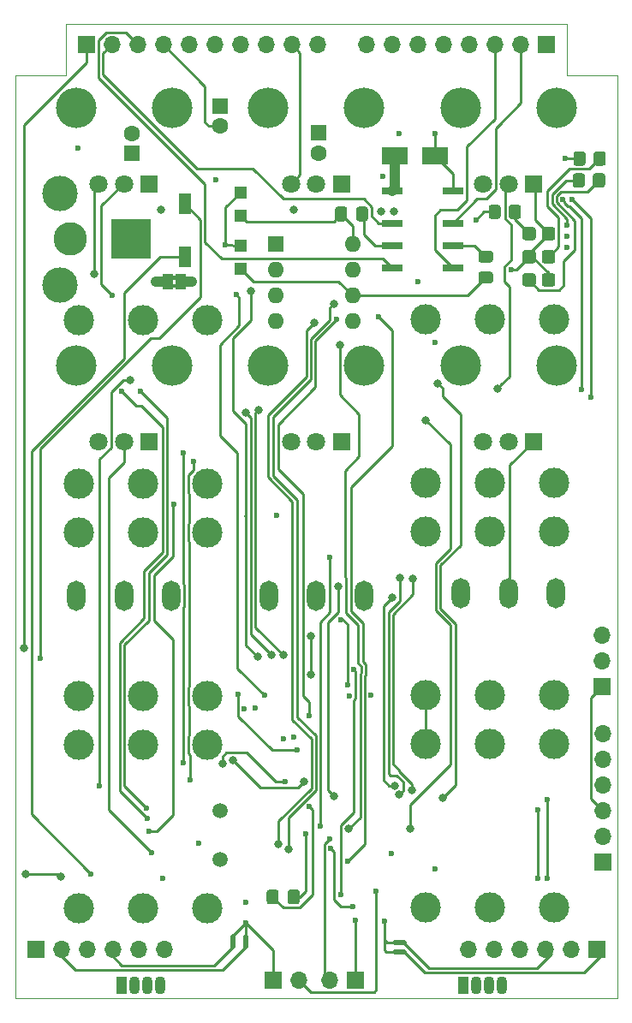
<source format=gbr>
%TF.GenerationSoftware,KiCad,Pcbnew,(5.1.7)-1*%
%TF.CreationDate,2021-10-21T20:17:54-07:00*%
%TF.ProjectId,Digital Board Rev 2,44696769-7461-46c2-9042-6f6172642052,rev?*%
%TF.SameCoordinates,Original*%
%TF.FileFunction,Copper,L1,Top*%
%TF.FilePolarity,Positive*%
%FSLAX46Y46*%
G04 Gerber Fmt 4.6, Leading zero omitted, Abs format (unit mm)*
G04 Created by KiCad (PCBNEW (5.1.7)-1) date 2021-10-21 20:17:54*
%MOMM*%
%LPD*%
G01*
G04 APERTURE LIST*
%TA.AperFunction,Profile*%
%ADD10C,0.050000*%
%TD*%
%TA.AperFunction,EtchedComponent*%
%ADD11C,0.100000*%
%TD*%
%TA.AperFunction,ComponentPad*%
%ADD12O,1.700000X1.700000*%
%TD*%
%TA.AperFunction,ComponentPad*%
%ADD13R,1.700000X1.700000*%
%TD*%
%TA.AperFunction,ComponentPad*%
%ADD14C,3.500000*%
%TD*%
%TA.AperFunction,ComponentPad*%
%ADD15C,3.300000*%
%TD*%
%TA.AperFunction,ComponentPad*%
%ADD16R,4.000000X4.000000*%
%TD*%
%TA.AperFunction,ComponentPad*%
%ADD17C,3.000000*%
%TD*%
%TA.AperFunction,SMDPad,CuDef*%
%ADD18C,0.500000*%
%TD*%
%TA.AperFunction,ComponentPad*%
%ADD19O,1.800000X3.000000*%
%TD*%
%TA.AperFunction,ComponentPad*%
%ADD20R,1.800000X1.800000*%
%TD*%
%TA.AperFunction,ComponentPad*%
%ADD21C,1.800000*%
%TD*%
%TA.AperFunction,ComponentPad*%
%ADD22O,4.000000X4.000000*%
%TD*%
%TA.AperFunction,SMDPad,CuDef*%
%ADD23R,1.300000X1.300000*%
%TD*%
%TA.AperFunction,SMDPad,CuDef*%
%ADD24R,1.300000X2.000000*%
%TD*%
%TA.AperFunction,ComponentPad*%
%ADD25C,1.500000*%
%TD*%
%TA.AperFunction,ComponentPad*%
%ADD26O,1.600000X1.600000*%
%TD*%
%TA.AperFunction,ComponentPad*%
%ADD27R,1.600000X1.600000*%
%TD*%
%TA.AperFunction,SMDPad,CuDef*%
%ADD28R,2.000000X0.700000*%
%TD*%
%TA.AperFunction,SMDPad,CuDef*%
%ADD29R,1.000000X1.500000*%
%TD*%
%TA.AperFunction,SMDPad,CuDef*%
%ADD30R,2.500000X1.800000*%
%TD*%
%TA.AperFunction,ComponentPad*%
%ADD31O,1.070000X1.800000*%
%TD*%
%TA.AperFunction,ComponentPad*%
%ADD32R,1.070000X1.800000*%
%TD*%
%TA.AperFunction,ComponentPad*%
%ADD33C,1.600000*%
%TD*%
%TA.AperFunction,ViaPad*%
%ADD34C,0.600000*%
%TD*%
%TA.AperFunction,ViaPad*%
%ADD35C,0.800000*%
%TD*%
%TA.AperFunction,Conductor*%
%ADD36C,0.250000*%
%TD*%
%TA.AperFunction,Conductor*%
%ADD37C,1.000000*%
%TD*%
G04 APERTURE END LIST*
D10*
X177750000Y-40750000D02*
X182750000Y-40750000D01*
X177750000Y-35750000D02*
X177750000Y-40750000D01*
X128250000Y-40750000D02*
X128250000Y-35750000D01*
X123250000Y-40750000D02*
X128250000Y-40750000D01*
X182750000Y-40750000D02*
X182750000Y-132080000D01*
X128250000Y-35750000D02*
X177750000Y-35750000D01*
X123250000Y-132080000D02*
X123250000Y-40750000D01*
X182750000Y-132080000D02*
X123250000Y-132080000D01*
D11*
%TO.C,NT4*%
G36*
X161726500Y-126805500D02*
G01*
X160726500Y-126805500D01*
X160726500Y-126305500D01*
X161726500Y-126305500D01*
X161726500Y-126805500D01*
G37*
%TO.C,NT3*%
G36*
X161726500Y-127758000D02*
G01*
X160726500Y-127758000D01*
X160726500Y-127258000D01*
X161726500Y-127258000D01*
X161726500Y-127758000D01*
G37*
%TO.C,NT2*%
G36*
X144530000Y-126992000D02*
G01*
X144530000Y-125992000D01*
X145030000Y-125992000D01*
X145030000Y-126992000D01*
X144530000Y-126992000D01*
G37*
%TO.C,NT1*%
G36*
X145800000Y-126992000D02*
G01*
X145800000Y-125992000D01*
X146300000Y-125992000D01*
X146300000Y-126992000D01*
X145800000Y-126992000D01*
G37*
%TO.C,JP1*%
G36*
X138688000Y-60614000D02*
G01*
X139188000Y-60614000D01*
X139188000Y-61014000D01*
X138688000Y-61014000D01*
X138688000Y-60614000D01*
G37*
G36*
X138688000Y-61414000D02*
G01*
X139188000Y-61414000D01*
X139188000Y-61814000D01*
X138688000Y-61814000D01*
X138688000Y-61414000D01*
G37*
%TD*%
D12*
%TO.P,J15,3*%
%TO.N,/UART_TX*%
X181250000Y-96170000D03*
%TO.P,J15,2*%
%TO.N,/UART_RX*%
X181250000Y-98710000D03*
D13*
%TO.P,J15,1*%
%TO.N,GNDD*%
X181250000Y-101250000D03*
%TD*%
D14*
%TO.P,J12,MP*%
%TO.N,N/C*%
X127650000Y-61500000D03*
X127650000Y-52500000D03*
D15*
%TO.P,J12,2*%
%TO.N,GNDD*%
X128650000Y-57000000D03*
D16*
%TO.P,J12,1*%
%TO.N,Net-(J12-Pad1)*%
X134650000Y-57000000D03*
%TD*%
D12*
%TO.P,J4,8*%
%TO.N,GNDA*%
X157970000Y-37750000D03*
%TO.P,J4,7*%
%TO.N,+9V*%
X160510000Y-37750000D03*
%TO.P,J4,6*%
%TO.N,/TRIM1*%
X163050000Y-37750000D03*
%TO.P,J4,5*%
%TO.N,/TRIM2*%
X165590000Y-37750000D03*
%TO.P,J4,4*%
%TO.N,-9V*%
X168130000Y-37750000D03*
%TO.P,J4,3*%
%TO.N,/CH2_EFF*%
X170670000Y-37750000D03*
%TO.P,J4,2*%
%TO.N,/CH2_BYP*%
X173210000Y-37750000D03*
D13*
%TO.P,J4,1*%
%TO.N,/CH2_IN*%
X175750000Y-37750000D03*
%TD*%
%TO.P,R51,2*%
%TO.N,Net-(D4-Pad2)*%
%TA.AperFunction,SMDPad,CuDef*%
G36*
G01*
X172040500Y-54742501D02*
X172040500Y-53842499D01*
G75*
G02*
X172290499Y-53592500I249999J0D01*
G01*
X172990501Y-53592500D01*
G75*
G02*
X173240500Y-53842499I0J-249999D01*
G01*
X173240500Y-54742501D01*
G75*
G02*
X172990501Y-54992500I-249999J0D01*
G01*
X172290499Y-54992500D01*
G75*
G02*
X172040500Y-54742501I0J249999D01*
G01*
G37*
%TD.AperFunction*%
%TO.P,R51,1*%
%TO.N,+9V*%
%TA.AperFunction,SMDPad,CuDef*%
G36*
G01*
X170040500Y-54742501D02*
X170040500Y-53842499D01*
G75*
G02*
X170290499Y-53592500I249999J0D01*
G01*
X170990501Y-53592500D01*
G75*
G02*
X171240500Y-53842499I0J-249999D01*
G01*
X171240500Y-54742501D01*
G75*
G02*
X170990501Y-54992500I-249999J0D01*
G01*
X170290499Y-54992500D01*
G75*
G02*
X170040500Y-54742501I0J249999D01*
G01*
G37*
%TD.AperFunction*%
%TD*%
%TO.P,R12,2*%
%TO.N,-9V*%
%TA.AperFunction,SMDPad,CuDef*%
G36*
G01*
X179622500Y-48571999D02*
X179622500Y-49472001D01*
G75*
G02*
X179372501Y-49722000I-249999J0D01*
G01*
X178672499Y-49722000D01*
G75*
G02*
X178422500Y-49472001I0J249999D01*
G01*
X178422500Y-48571999D01*
G75*
G02*
X178672499Y-48322000I249999J0D01*
G01*
X179372501Y-48322000D01*
G75*
G02*
X179622500Y-48571999I0J-249999D01*
G01*
G37*
%TD.AperFunction*%
%TO.P,R12,1*%
%TO.N,Net-(D7-Pad1)*%
%TA.AperFunction,SMDPad,CuDef*%
G36*
G01*
X181622500Y-48571999D02*
X181622500Y-49472001D01*
G75*
G02*
X181372501Y-49722000I-249999J0D01*
G01*
X180672499Y-49722000D01*
G75*
G02*
X180422500Y-49472001I0J249999D01*
G01*
X180422500Y-48571999D01*
G75*
G02*
X180672499Y-48322000I249999J0D01*
G01*
X181372501Y-48322000D01*
G75*
G02*
X181622500Y-48571999I0J-249999D01*
G01*
G37*
%TD.AperFunction*%
%TD*%
%TO.P,D7,2*%
%TO.N,GNDD*%
%TA.AperFunction,SMDPad,CuDef*%
G36*
G01*
X174706000Y-58337500D02*
X174706000Y-59137500D01*
G75*
G02*
X174456000Y-59387500I-250000J0D01*
G01*
X173631000Y-59387500D01*
G75*
G02*
X173381000Y-59137500I0J250000D01*
G01*
X173381000Y-58337500D01*
G75*
G02*
X173631000Y-58087500I250000J0D01*
G01*
X174456000Y-58087500D01*
G75*
G02*
X174706000Y-58337500I0J-250000D01*
G01*
G37*
%TD.AperFunction*%
%TO.P,D7,1*%
%TO.N,Net-(D7-Pad1)*%
%TA.AperFunction,SMDPad,CuDef*%
G36*
G01*
X176631000Y-58337500D02*
X176631000Y-59137500D01*
G75*
G02*
X176381000Y-59387500I-250000J0D01*
G01*
X175556000Y-59387500D01*
G75*
G02*
X175306000Y-59137500I0J250000D01*
G01*
X175306000Y-58337500D01*
G75*
G02*
X175556000Y-58087500I250000J0D01*
G01*
X176381000Y-58087500D01*
G75*
G02*
X176631000Y-58337500I0J-250000D01*
G01*
G37*
%TD.AperFunction*%
%TD*%
D17*
%TO.P,J7,TN*%
%TO.N,Net-(J7-PadTN)*%
X142200000Y-107000000D03*
%TO.P,J7,T*%
%TO.N,/Audio Jacks/CH2_OUT*%
X142200000Y-123200000D03*
%TO.P,J7,RN*%
%TO.N,Net-(J7-PadRN)*%
X135850000Y-107000000D03*
%TO.P,J7,SN*%
%TO.N,Net-(J7-PadSN)*%
X129500000Y-107000000D03*
%TO.P,J7,R*%
%TO.N,Net-(J7-PadR)*%
X135850000Y-123200000D03*
%TO.P,J7,S*%
%TO.N,GNDA*%
X129500000Y-123200000D03*
%TD*%
D18*
%TO.P,NT4,2*%
%TO.N,GNDD*%
X160726500Y-126555500D03*
%TO.P,NT4,1*%
%TO.N,/PWM_RTN_4*%
X161726500Y-126555500D03*
%TD*%
%TO.P,NT3,2*%
%TO.N,GNDD*%
X160726500Y-127508000D03*
%TO.P,NT3,1*%
%TO.N,/PWM_RTN_3*%
X161726500Y-127508000D03*
%TD*%
%TO.P,NT2,2*%
%TO.N,GNDD*%
X144780000Y-125992000D03*
%TO.P,NT2,1*%
%TO.N,/PWM_RTN_2*%
X144780000Y-126992000D03*
%TD*%
%TO.P,NT1,2*%
%TO.N,GNDD*%
X146050000Y-125992000D03*
%TO.P,NT1,1*%
%TO.N,/PWM_RTN_1*%
X146050000Y-126992000D03*
%TD*%
D12*
%TO.P,J11,10*%
%TO.N,GNDA*%
X153110000Y-37750000D03*
%TO.P,J11,9*%
%TO.N,+3V3*%
X150570000Y-37750000D03*
%TO.P,J11,8*%
%TO.N,/DIP1*%
X148030000Y-37750000D03*
%TO.P,J11,7*%
%TO.N,/DIP2*%
X145490000Y-37750000D03*
%TO.P,J11,6*%
%TO.N,/DIP3*%
X142950000Y-37750000D03*
%TO.P,J11,5*%
%TO.N,/DIP4*%
X140410000Y-37750000D03*
%TO.P,J11,4*%
%TO.N,GNDD*%
X137870000Y-37750000D03*
%TO.P,J11,3*%
%TO.N,/CH1_EFF*%
X135330000Y-37750000D03*
%TO.P,J11,2*%
%TO.N,/CH1_BYP*%
X132790000Y-37750000D03*
D13*
%TO.P,J11,1*%
%TO.N,/CH1_IN*%
X130250000Y-37750000D03*
%TD*%
D17*
%TO.P,J5,S*%
%TO.N,GNDA*%
X176500000Y-106900000D03*
%TO.P,J5,R*%
%TO.N,Net-(J5-PadR)*%
X170150000Y-106900000D03*
%TO.P,J5,SN*%
%TO.N,/CH1_SW*%
X176500000Y-123100000D03*
%TO.P,J5,RN*%
%TO.N,Net-(J5-PadRN)*%
X170150000Y-123100000D03*
%TO.P,J5,T*%
%TO.N,/CH1_IN*%
X163800000Y-106900000D03*
%TO.P,J5,TN*%
%TO.N,Net-(J5-PadTN)*%
X163800000Y-123100000D03*
%TD*%
D19*
%TO.P,SW3,3*%
%TO.N,/ENV_MODE_1*%
X129300000Y-92250000D03*
%TO.P,SW3,1*%
%TO.N,/ENV_MODE_2*%
X138700000Y-92250000D03*
%TO.P,SW3,2*%
%TO.N,GNDD*%
X134000000Y-92250000D03*
%TD*%
%TO.P,SW2,3*%
%TO.N,/PAN_MODE_1*%
X148300000Y-92250000D03*
%TO.P,SW2,1*%
%TO.N,/PAN_MODE_2*%
X157700000Y-92250000D03*
%TO.P,SW2,2*%
%TO.N,GNDD*%
X153000000Y-92250000D03*
%TD*%
D12*
%TO.P,J14,6*%
%TO.N,/PWM_OUT_VOL_2*%
X168050000Y-127250000D03*
%TO.P,J14,5*%
%TO.N,/PWM_RTN_VOL_2*%
X170590000Y-127250000D03*
%TO.P,J14,4*%
%TO.N,/PWM_OUT_4*%
X173130000Y-127250000D03*
%TO.P,J14,3*%
%TO.N,/PWM_RTN_4*%
X175670000Y-127250000D03*
%TO.P,J14,2*%
%TO.N,/PWM_OUT_3*%
X178210000Y-127250000D03*
D13*
%TO.P,J14,1*%
%TO.N,/PWM_RTN_3*%
X180750000Y-127250000D03*
%TD*%
D12*
%TO.P,J13,6*%
%TO.N,/PWM_RTN_VOL_1*%
X137950000Y-127250000D03*
%TO.P,J13,5*%
%TO.N,/PWM_OUT_VOL_1*%
X135410000Y-127250000D03*
%TO.P,J13,4*%
%TO.N,/PWM_RTN_2*%
X132870000Y-127250000D03*
%TO.P,J13,3*%
%TO.N,/PWM_OUT_2*%
X130330000Y-127250000D03*
%TO.P,J13,2*%
%TO.N,/PWM_RTN_1*%
X127790000Y-127250000D03*
D13*
%TO.P,J13,1*%
%TO.N,/PWM_OUT_1*%
X125250000Y-127250000D03*
%TD*%
D20*
%TO.P,RV10,1*%
%TO.N,GNDD*%
X155500000Y-51500000D03*
D21*
%TO.P,RV10,2*%
%TO.N,/VOL*%
X153000000Y-51500000D03*
%TO.P,RV10,3*%
%TO.N,+3V3*%
X150500000Y-51500000D03*
D22*
%TO.P,RV10,*%
%TO.N,*%
X157750000Y-44000000D03*
X148250000Y-44000000D03*
%TD*%
D23*
%TO.P,RV9,3*%
%TO.N,GNDA*%
X145500000Y-57600000D03*
D24*
%TO.P,RV9,2*%
%TO.N,/Audio Jacks/CH2_OUT*%
X140000000Y-58750000D03*
D23*
%TO.P,RV9,1*%
%TO.N,/Audio Jacks/CH2_OUT_PRE*%
X145500000Y-59900000D03*
%TD*%
%TO.P,RV8,3*%
%TO.N,GNDA*%
X145500000Y-52350000D03*
D24*
%TO.P,RV8,2*%
%TO.N,/Audio Jacks/CH1_OUT*%
X140000000Y-53500000D03*
D23*
%TO.P,RV8,1*%
%TO.N,/Audio Jacks/CH1_OUT_PRE*%
X145500000Y-54650000D03*
%TD*%
%TO.P,C19,2*%
%TO.N,Net-(C19-Pad2)*%
%TA.AperFunction,SMDPad,CuDef*%
G36*
G01*
X170225000Y-59300000D02*
X169275000Y-59300000D01*
G75*
G02*
X169025000Y-59050000I0J250000D01*
G01*
X169025000Y-58375000D01*
G75*
G02*
X169275000Y-58125000I250000J0D01*
G01*
X170225000Y-58125000D01*
G75*
G02*
X170475000Y-58375000I0J-250000D01*
G01*
X170475000Y-59050000D01*
G75*
G02*
X170225000Y-59300000I-250000J0D01*
G01*
G37*
%TD.AperFunction*%
%TO.P,C19,1*%
%TO.N,/Audio Jacks/CH2_OUT_PRE*%
%TA.AperFunction,SMDPad,CuDef*%
G36*
G01*
X170225000Y-61375000D02*
X169275000Y-61375000D01*
G75*
G02*
X169025000Y-61125000I0J250000D01*
G01*
X169025000Y-60450000D01*
G75*
G02*
X169275000Y-60200000I250000J0D01*
G01*
X170225000Y-60200000D01*
G75*
G02*
X170475000Y-60450000I0J-250000D01*
G01*
X170475000Y-61125000D01*
G75*
G02*
X170225000Y-61375000I-250000J0D01*
G01*
G37*
%TD.AperFunction*%
%TD*%
%TO.P,C18,2*%
%TO.N,Net-(C18-Pad2)*%
%TA.AperFunction,SMDPad,CuDef*%
G36*
G01*
X156950000Y-54975000D02*
X156950000Y-54025000D01*
G75*
G02*
X157200000Y-53775000I250000J0D01*
G01*
X157875000Y-53775000D01*
G75*
G02*
X158125000Y-54025000I0J-250000D01*
G01*
X158125000Y-54975000D01*
G75*
G02*
X157875000Y-55225000I-250000J0D01*
G01*
X157200000Y-55225000D01*
G75*
G02*
X156950000Y-54975000I0J250000D01*
G01*
G37*
%TD.AperFunction*%
%TO.P,C18,1*%
%TO.N,/Audio Jacks/CH1_OUT_PRE*%
%TA.AperFunction,SMDPad,CuDef*%
G36*
G01*
X154875000Y-54975000D02*
X154875000Y-54025000D01*
G75*
G02*
X155125000Y-53775000I250000J0D01*
G01*
X155800000Y-53775000D01*
G75*
G02*
X156050000Y-54025000I0J-250000D01*
G01*
X156050000Y-54975000D01*
G75*
G02*
X155800000Y-55225000I-250000J0D01*
G01*
X155125000Y-55225000D01*
G75*
G02*
X154875000Y-54975000I0J250000D01*
G01*
G37*
%TD.AperFunction*%
%TD*%
D20*
%TO.P,RV4,1*%
%TO.N,GNDD*%
X136500000Y-51500000D03*
D21*
%TO.P,RV4,2*%
%TO.N,/OFFSET*%
X134000000Y-51500000D03*
%TO.P,RV4,3*%
%TO.N,+3V3*%
X131500000Y-51500000D03*
D22*
%TO.P,RV4,*%
%TO.N,*%
X138750000Y-44000000D03*
X129250000Y-44000000D03*
%TD*%
D20*
%TO.P,RV5,1*%
%TO.N,GNDD*%
X136500000Y-77000000D03*
D21*
%TO.P,RV5,2*%
%TO.N,/SUBDIV*%
X134000000Y-77000000D03*
%TO.P,RV5,3*%
%TO.N,+3V3*%
X131500000Y-77000000D03*
D22*
%TO.P,RV5,*%
%TO.N,*%
X138750000Y-69500000D03*
X129250000Y-69500000D03*
%TD*%
D20*
%TO.P,RV3,1*%
%TO.N,GNDD*%
X155500000Y-77000000D03*
D21*
%TO.P,RV3,2*%
%TO.N,/SHAPE*%
X153000000Y-77000000D03*
%TO.P,RV3,3*%
%TO.N,+3V3*%
X150500000Y-77000000D03*
D22*
%TO.P,RV3,*%
%TO.N,*%
X157750000Y-69500000D03*
X148250000Y-69500000D03*
%TD*%
%TO.P,RV2,*%
%TO.N,*%
X167250000Y-44000000D03*
X176750000Y-44000000D03*
D21*
%TO.P,RV2,3*%
%TO.N,+3V3*%
X169500000Y-51500000D03*
%TO.P,RV2,2*%
%TO.N,/DEPTH*%
X172000000Y-51500000D03*
D20*
%TO.P,RV2,1*%
%TO.N,GNDD*%
X174500000Y-51500000D03*
%TD*%
%TO.P,RV1,1*%
%TO.N,GNDD*%
X174500000Y-77000000D03*
D21*
%TO.P,RV1,2*%
%TO.N,/RATE*%
X172000000Y-77000000D03*
%TO.P,RV1,3*%
%TO.N,+3V3*%
X169500000Y-77000000D03*
D22*
%TO.P,RV1,*%
%TO.N,*%
X176750000Y-69500000D03*
X167250000Y-69500000D03*
%TD*%
D25*
%TO.P,Y1,2*%
%TO.N,/OSC1*%
X143500000Y-118380000D03*
%TO.P,Y1,1*%
%TO.N,/OSC2*%
X143500000Y-113500000D03*
%TD*%
D26*
%TO.P,U26,8*%
%TO.N,/Audio Jacks/CH1_OUT_PRE*%
X156620000Y-57500000D03*
%TO.P,U26,4*%
%TO.N,GNDD*%
X149000000Y-65120000D03*
%TO.P,U26,7*%
%TO.N,GNDA*%
X156620000Y-60040000D03*
%TO.P,U26,3*%
%TO.N,Net-(R54-Pad1)*%
X149000000Y-62580000D03*
%TO.P,U26,6*%
%TO.N,/Audio Jacks/CH2_OUT_PRE*%
X156620000Y-62580000D03*
%TO.P,U26,2*%
%TO.N,GNDD*%
X149000000Y-60040000D03*
%TO.P,U26,5*%
%TO.N,GNDA*%
X156620000Y-65120000D03*
D27*
%TO.P,U26,1*%
%TO.N,Net-(R53-Pad1)*%
X149000000Y-57500000D03*
%TD*%
D19*
%TO.P,SW1,3*%
%TO.N,/HARM_MODE_1*%
X176700000Y-91984000D03*
%TO.P,SW1,1*%
%TO.N,/HARM_MODE_2*%
X167300000Y-91984000D03*
%TO.P,SW1,2*%
%TO.N,GNDD*%
X172000000Y-91984000D03*
%TD*%
%TO.P,R52,2*%
%TO.N,Net-(D5-Pad2)*%
%TA.AperFunction,SMDPad,CuDef*%
G36*
G01*
X180359000Y-51631001D02*
X180359000Y-50730999D01*
G75*
G02*
X180608999Y-50481000I249999J0D01*
G01*
X181309001Y-50481000D01*
G75*
G02*
X181559000Y-50730999I0J-249999D01*
G01*
X181559000Y-51631001D01*
G75*
G02*
X181309001Y-51881000I-249999J0D01*
G01*
X180608999Y-51881000D01*
G75*
G02*
X180359000Y-51631001I0J249999D01*
G01*
G37*
%TD.AperFunction*%
%TO.P,R52,1*%
%TO.N,+3V3*%
%TA.AperFunction,SMDPad,CuDef*%
G36*
G01*
X178359000Y-51631001D02*
X178359000Y-50730999D01*
G75*
G02*
X178608999Y-50481000I249999J0D01*
G01*
X179309001Y-50481000D01*
G75*
G02*
X179559000Y-50730999I0J-249999D01*
G01*
X179559000Y-51631001D01*
G75*
G02*
X179309001Y-51881000I-249999J0D01*
G01*
X178608999Y-51881000D01*
G75*
G02*
X178359000Y-51631001I0J249999D01*
G01*
G37*
%TD.AperFunction*%
%TD*%
D28*
%TO.P,K1,4*%
%TO.N,/CH1_EFF*%
X160500000Y-59800000D03*
%TO.P,K1,5*%
%TO.N,/CH2_EFF*%
X166500000Y-59800000D03*
%TO.P,K1,3*%
%TO.N,Net-(C18-Pad2)*%
X160500000Y-57600000D03*
%TO.P,K1,6*%
%TO.N,Net-(C19-Pad2)*%
X166500000Y-57600000D03*
%TO.P,K1,2*%
%TO.N,/CH1_BYP*%
X160500000Y-55400000D03*
%TO.P,K1,7*%
%TO.N,/CH2_BYP*%
X166500000Y-55400000D03*
%TO.P,K1,1*%
%TO.N,+9V*%
X160500000Y-52200000D03*
%TO.P,K1,8*%
%TO.N,Net-(D3-Pad2)*%
X166500000Y-52200000D03*
%TD*%
D29*
%TO.P,JP1,2*%
%TO.N,GNDA*%
X139588000Y-61214000D03*
%TO.P,JP1,1*%
%TO.N,GNDD*%
X138288000Y-61214000D03*
%TD*%
D17*
%TO.P,J10,S*%
%TO.N,Net-(J10-PadS)*%
X176500000Y-64900000D03*
%TO.P,J10,R*%
%TO.N,Net-(J10-PadR)*%
X170150000Y-64900000D03*
%TO.P,J10,SN*%
%TO.N,Net-(J10-PadSN)*%
X176500000Y-81100000D03*
%TO.P,J10,RN*%
%TO.N,Net-(J10-PadRN)*%
X170150000Y-81100000D03*
%TO.P,J10,T*%
%TO.N,Net-(J10-PadT)*%
X163800000Y-64900000D03*
%TO.P,J10,TN*%
%TO.N,Net-(J10-PadTN)*%
X163800000Y-81100000D03*
%TD*%
%TO.P,J9,TN*%
%TO.N,Net-(J9-PadTN)*%
X142200000Y-65000000D03*
%TO.P,J9,T*%
%TO.N,Net-(J9-PadT)*%
X142200000Y-81200000D03*
%TO.P,J9,RN*%
%TO.N,Net-(J9-PadRN)*%
X135850000Y-65000000D03*
%TO.P,J9,SN*%
%TO.N,/EXP_SW*%
X129500000Y-65000000D03*
%TO.P,J9,R*%
%TO.N,+3V3*%
X135850000Y-81200000D03*
%TO.P,J9,S*%
%TO.N,GNDD*%
X129500000Y-81200000D03*
%TD*%
%TO.P,J8,S*%
%TO.N,GNDA*%
X129500000Y-102200000D03*
%TO.P,J8,R*%
%TO.N,Net-(J8-PadR)*%
X135850000Y-102200000D03*
%TO.P,J8,SN*%
%TO.N,Net-(J8-PadSN)*%
X129500000Y-86000000D03*
%TO.P,J8,RN*%
%TO.N,Net-(J8-PadRN)*%
X135850000Y-86000000D03*
%TO.P,J8,T*%
%TO.N,/Audio Jacks/CH1_OUT*%
X142200000Y-102200000D03*
%TO.P,J8,TN*%
%TO.N,Net-(J8-PadTN)*%
X142200000Y-86000000D03*
%TD*%
%TO.P,J6,S*%
%TO.N,GNDA*%
X176500000Y-85900000D03*
%TO.P,J6,R*%
%TO.N,Net-(J6-PadR)*%
X170150000Y-85900000D03*
%TO.P,J6,SN*%
%TO.N,/CH2_SW*%
X176500000Y-102100000D03*
%TO.P,J6,RN*%
%TO.N,Net-(J6-PadRN)*%
X170150000Y-102100000D03*
%TO.P,J6,T*%
%TO.N,/CH2_IN*%
X163800000Y-85900000D03*
%TO.P,J6,TN*%
%TO.N,/CH1_IN*%
X163800000Y-102100000D03*
%TD*%
D12*
%TO.P,J3,6*%
%TO.N,Net-(J3-Pad6)*%
X181348000Y-105918000D03*
%TO.P,J3,5*%
%TO.N,/NRST*%
X181348000Y-108458000D03*
%TO.P,J3,4*%
%TO.N,/SWDIO*%
X181348000Y-110998000D03*
%TO.P,J3,3*%
%TO.N,GNDD*%
X181348000Y-113538000D03*
%TO.P,J3,2*%
%TO.N,/SWCLK*%
X181348000Y-116078000D03*
D13*
%TO.P,J3,1*%
%TO.N,+3V3*%
X181348000Y-118618000D03*
%TD*%
D12*
%TO.P,J2,2*%
%TO.N,/TAP*%
X151320500Y-130302000D03*
D13*
%TO.P,J2,1*%
%TO.N,GNDD*%
X148780500Y-130302000D03*
%TD*%
D12*
%TO.P,J1,2*%
%TO.N,/BYP*%
X154305000Y-130302000D03*
D13*
%TO.P,J1,1*%
%TO.N,GNDD*%
X156845000Y-130302000D03*
%TD*%
%TO.P,D5,2*%
%TO.N,Net-(D5-Pad2)*%
%TA.AperFunction,SMDPad,CuDef*%
G36*
G01*
X174706000Y-60623500D02*
X174706000Y-61423500D01*
G75*
G02*
X174456000Y-61673500I-250000J0D01*
G01*
X173631000Y-61673500D01*
G75*
G02*
X173381000Y-61423500I0J250000D01*
G01*
X173381000Y-60623500D01*
G75*
G02*
X173631000Y-60373500I250000J0D01*
G01*
X174456000Y-60373500D01*
G75*
G02*
X174706000Y-60623500I0J-250000D01*
G01*
G37*
%TD.AperFunction*%
%TO.P,D5,1*%
%TO.N,GNDD*%
%TA.AperFunction,SMDPad,CuDef*%
G36*
G01*
X176631000Y-60623500D02*
X176631000Y-61423500D01*
G75*
G02*
X176381000Y-61673500I-250000J0D01*
G01*
X175556000Y-61673500D01*
G75*
G02*
X175306000Y-61423500I0J250000D01*
G01*
X175306000Y-60623500D01*
G75*
G02*
X175556000Y-60373500I250000J0D01*
G01*
X176381000Y-60373500D01*
G75*
G02*
X176631000Y-60623500I0J-250000D01*
G01*
G37*
%TD.AperFunction*%
%TD*%
%TO.P,D4,2*%
%TO.N,Net-(D4-Pad2)*%
%TA.AperFunction,SMDPad,CuDef*%
G36*
G01*
X174706000Y-56051500D02*
X174706000Y-56851500D01*
G75*
G02*
X174456000Y-57101500I-250000J0D01*
G01*
X173631000Y-57101500D01*
G75*
G02*
X173381000Y-56851500I0J250000D01*
G01*
X173381000Y-56051500D01*
G75*
G02*
X173631000Y-55801500I250000J0D01*
G01*
X174456000Y-55801500D01*
G75*
G02*
X174706000Y-56051500I0J-250000D01*
G01*
G37*
%TD.AperFunction*%
%TO.P,D4,1*%
%TO.N,GNDD*%
%TA.AperFunction,SMDPad,CuDef*%
G36*
G01*
X176631000Y-56051500D02*
X176631000Y-56851500D01*
G75*
G02*
X176381000Y-57101500I-250000J0D01*
G01*
X175556000Y-57101500D01*
G75*
G02*
X175306000Y-56851500I0J250000D01*
G01*
X175306000Y-56051500D01*
G75*
G02*
X175556000Y-55801500I250000J0D01*
G01*
X176381000Y-55801500D01*
G75*
G02*
X176631000Y-56051500I0J-250000D01*
G01*
G37*
%TD.AperFunction*%
%TD*%
D30*
%TO.P,D3,2*%
%TO.N,Net-(D3-Pad2)*%
X164750000Y-48750000D03*
%TO.P,D3,1*%
%TO.N,+9V*%
X160750000Y-48750000D03*
%TD*%
D31*
%TO.P,D2,4*%
%TO.N,+3V3*%
X137541000Y-130810000D03*
%TO.P,D2,3*%
%TO.N,/LEDs/B2_R*%
X136271000Y-130810000D03*
%TO.P,D2,2*%
%TO.N,/LEDs/G2_R*%
X135001000Y-130810000D03*
D32*
%TO.P,D2,1*%
%TO.N,/LEDs/R2_R*%
X133731000Y-130810000D03*
%TD*%
D31*
%TO.P,D1,4*%
%TO.N,+3V3*%
X171323000Y-130810000D03*
%TO.P,D1,3*%
%TO.N,/LEDs/B1_R*%
X170053000Y-130810000D03*
%TO.P,D1,2*%
%TO.N,/LEDs/G1_R*%
X168783000Y-130810000D03*
D32*
%TO.P,D1,1*%
%TO.N,/LEDs/R1_R*%
X167513000Y-130810000D03*
%TD*%
D33*
%TO.P,C25,2*%
%TO.N,-9V*%
X134747000Y-46514000D03*
D27*
%TO.P,C25,1*%
%TO.N,GNDD*%
X134747000Y-48514000D03*
%TD*%
D33*
%TO.P,C24,2*%
%TO.N,Net-(C24-Pad2)*%
X153250000Y-48500000D03*
D27*
%TO.P,C24,1*%
%TO.N,Net-(C24-Pad1)*%
X153250000Y-46500000D03*
%TD*%
D33*
%TO.P,C23,2*%
%TO.N,GNDD*%
X143510000Y-45815000D03*
D27*
%TO.P,C23,1*%
%TO.N,+9V*%
X143510000Y-43815000D03*
%TD*%
%TO.P,C5,2*%
%TO.N,GNDD*%
%TA.AperFunction,SMDPad,CuDef*%
G36*
G01*
X150183000Y-122522000D02*
X150183000Y-121572000D01*
G75*
G02*
X150433000Y-121322000I250000J0D01*
G01*
X151108000Y-121322000D01*
G75*
G02*
X151358000Y-121572000I0J-250000D01*
G01*
X151358000Y-122522000D01*
G75*
G02*
X151108000Y-122772000I-250000J0D01*
G01*
X150433000Y-122772000D01*
G75*
G02*
X150183000Y-122522000I0J250000D01*
G01*
G37*
%TD.AperFunction*%
%TO.P,C5,1*%
%TO.N,/NRST*%
%TA.AperFunction,SMDPad,CuDef*%
G36*
G01*
X148108000Y-122522000D02*
X148108000Y-121572000D01*
G75*
G02*
X148358000Y-121322000I250000J0D01*
G01*
X149033000Y-121322000D01*
G75*
G02*
X149283000Y-121572000I0J-250000D01*
G01*
X149283000Y-122522000D01*
G75*
G02*
X149033000Y-122772000I-250000J0D01*
G01*
X148358000Y-122772000D01*
G75*
G02*
X148108000Y-122522000I0J250000D01*
G01*
G37*
%TD.AperFunction*%
%TD*%
D34*
%TO.N,GNDD*%
X146050004Y-124587000D03*
X149082000Y-84312000D03*
X163068000Y-61214000D03*
X161226500Y-46545500D03*
X156845002Y-124396500D03*
X137033000Y-61150500D03*
X149775382Y-106367171D03*
X160401000Y-117792500D03*
X141351000Y-116713000D03*
X137858500Y-120205500D03*
X129413000Y-48006000D03*
D35*
X159385000Y-54229000D03*
X160655000Y-54229000D03*
D34*
X151959824Y-115828324D03*
X156263389Y-102144807D03*
D35*
X150749000Y-54102000D03*
D34*
X147000000Y-103353110D03*
X172250000Y-60000000D03*
X159766000Y-124460000D03*
%TO.N,+3V3*%
X146050000Y-122555000D03*
X177800000Y-55626000D03*
X177800000Y-56705500D03*
X177800000Y-57785000D03*
X150758827Y-106255184D03*
X164719000Y-67183000D03*
X158413422Y-102108000D03*
X145875010Y-103439080D03*
X164750000Y-119250000D03*
D35*
X131024990Y-60452000D03*
D34*
%TO.N,/NRST*%
X152273000Y-113093500D03*
%TO.N,/RATE*%
X140525500Y-110449956D03*
X140875010Y-78940193D03*
%TO.N,/DEPTH*%
X131572000Y-111029750D03*
D35*
X134622470Y-70945206D03*
X170899990Y-71791990D03*
D34*
%TO.N,/SHAPE*%
X139890502Y-78168500D03*
X139861296Y-108746306D03*
%TO.N,/OFFSET*%
X147891500Y-102108000D03*
X145097500Y-62484000D03*
X132842000Y-62547500D03*
%TO.N,/SUBDIV*%
X136715500Y-117665500D03*
%TO.N,/TRIM1*%
X136271000Y-114300000D03*
X133794500Y-72009000D03*
X179260500Y-71882000D03*
X177382068Y-53044462D03*
%TO.N,/TRIM2*%
X136241510Y-113249990D03*
X180149504Y-72644000D03*
X178307996Y-53085996D03*
X135636000Y-72008998D03*
%TO.N,/EXP*%
X136461500Y-115570000D03*
X138938000Y-83185000D03*
%TO.N,+9V*%
X168783000Y-55118000D03*
X160591500Y-50800000D03*
X159575500Y-50800000D03*
D35*
X137668000Y-54102000D03*
D34*
%TO.N,-9V*%
X143065500Y-51117500D03*
X177636010Y-49022000D03*
%TO.N,Net-(D3-Pad2)*%
X164782500Y-46545500D03*
%TO.N,/BYP*%
X154305000Y-116332002D03*
%TO.N,/TAP*%
X158940500Y-121475500D03*
%TO.N,GNDA*%
X140779500Y-61214000D03*
X144018000Y-57594500D03*
%TO.N,/Audio Jacks/CH2_OUT*%
X130750000Y-119750000D03*
%TO.N,/Audio Jacks/CH1_OUT*%
X125730000Y-98425000D03*
D35*
%TO.N,/EXP_SW*%
X156185005Y-115316000D03*
X155321000Y-67437000D03*
%TO.N,/TAP_EXT*%
X165481000Y-112268000D03*
X165000000Y-71250000D03*
D34*
%TO.N,/PWM4*%
X174879000Y-120205500D03*
X174879000Y-113411000D03*
%TO.N,/PWM3*%
X175831500Y-120205500D03*
X175831500Y-112458500D03*
%TO.N,/PWM2*%
X149923500Y-110617000D03*
D35*
X143750000Y-108864978D03*
%TO.N,/PWM1*%
X151790980Y-110617000D03*
X144750000Y-108500000D03*
D34*
%TO.N,/RLY_SET*%
X156073000Y-118554500D03*
X159194500Y-64706500D03*
D35*
%TO.N,/MUTE1*%
X154723000Y-63373000D03*
X150240996Y-117348000D03*
%TO.N,/MUTE2*%
X152781000Y-65278000D03*
X149282458Y-116792516D03*
%TO.N,/UART_TX*%
X152470847Y-100034013D03*
X152500000Y-96250000D03*
D34*
%TO.N,/VOL*%
X152285000Y-104130500D03*
X155003500Y-64960500D03*
D35*
%TO.N,/CH1_IN*%
X124079002Y-97409002D03*
D34*
%TO.N,/CH2_SW*%
X155447995Y-121836400D03*
X156717992Y-99568000D03*
D35*
%TO.N,/DIP1*%
X147193000Y-98298000D03*
X146558000Y-62103000D03*
%TO.N,/DIP2*%
X146050002Y-74168000D03*
X148590000Y-98134002D03*
%TO.N,/DIP3*%
X149733000Y-98134002D03*
X147296840Y-73877505D03*
%TO.N,/DIP4*%
X162306000Y-115316000D03*
X163830000Y-74880846D03*
D34*
%TO.N,/PWM_VOL_1*%
X151139999Y-107548038D03*
X145250000Y-102000004D03*
D35*
X124243000Y-119750000D03*
X127750000Y-120000000D03*
D34*
%TO.N,/PWM_VOL_2*%
X156660010Y-123005010D03*
X154422000Y-117284500D03*
%TO.N,/HARM_MODE_1*%
X153416000Y-115062000D03*
X154368496Y-88459979D03*
%TO.N,/HARM_MODE_2*%
X155448000Y-94615000D03*
X156083000Y-101092000D03*
D35*
%TO.N,/PAN_MODE_1*%
X154723000Y-112068501D03*
X155194000Y-91313000D03*
%TO.N,/PAN_MODE_2*%
X160782000Y-111024500D03*
X160528000Y-92456000D03*
%TO.N,/ENV_MODE_1*%
X161186072Y-111939230D03*
X161290000Y-90514000D03*
%TO.N,/ENV_MODE_2*%
X162433000Y-111506000D03*
X162560000Y-90551000D03*
%TD*%
D36*
%TO.N,GNDD*%
X175968500Y-60363190D02*
X175968500Y-61023500D01*
X174342810Y-58737500D02*
X175968500Y-60363190D01*
X174043500Y-58737500D02*
X174342810Y-58737500D01*
X175968500Y-56451500D02*
X175968500Y-56124000D01*
X174043500Y-58376500D02*
X175968500Y-56451500D01*
X174043500Y-58737500D02*
X174043500Y-58376500D01*
X156845000Y-124396500D02*
X156845000Y-124396500D01*
X156845000Y-124396502D02*
X156845002Y-124396500D01*
D37*
X137120240Y-61214000D02*
X137108370Y-61225870D01*
X138288000Y-61214000D02*
X137120240Y-61214000D01*
D36*
X172125000Y-79351000D02*
X174625000Y-76851000D01*
X172125000Y-91984000D02*
X172125000Y-79351000D01*
X129397000Y-48022000D02*
X129413000Y-48006000D01*
X174625000Y-55108000D02*
X175968500Y-56451500D01*
X174625000Y-51500000D02*
X174625000Y-55108000D01*
X151955500Y-115824000D02*
X151959824Y-115828324D01*
X151358000Y-122047000D02*
X151959824Y-121445176D01*
X150770500Y-122047000D02*
X151358000Y-122047000D01*
X151959824Y-121445176D02*
X151959824Y-115828324D01*
X142378630Y-45815000D02*
X142000000Y-45436370D01*
X143510000Y-45815000D02*
X142378630Y-45815000D01*
X142000000Y-41880000D02*
X137870000Y-37750000D01*
X142000000Y-45436370D02*
X142000000Y-41880000D01*
X172781000Y-60000000D02*
X172250000Y-60000000D01*
X174043500Y-58737500D02*
X172781000Y-60000000D01*
X148780500Y-130746500D02*
X148780500Y-127317496D01*
X156845000Y-130746500D02*
X156845000Y-124396502D01*
X148780500Y-127317496D02*
X146050004Y-124587000D01*
X144780000Y-125857004D02*
X146050004Y-124587000D01*
X144780000Y-125992000D02*
X144780000Y-125857004D01*
X146050000Y-125992000D02*
X146050000Y-124587004D01*
X146050000Y-124587004D02*
X146050004Y-124587000D01*
X160726500Y-127508000D02*
X159956500Y-127508000D01*
X159956500Y-127508000D02*
X159766000Y-127317500D01*
X159766000Y-124460000D02*
X159766000Y-124460000D01*
X159766000Y-127317500D02*
X159766000Y-124460000D01*
X160726500Y-126555500D02*
X160020000Y-126555500D01*
X160020000Y-126555500D02*
X159766000Y-126301500D01*
X159766000Y-126301500D02*
X159766000Y-124460000D01*
X180172999Y-112362999D02*
X181348000Y-113538000D01*
X180172999Y-102327001D02*
X180172999Y-112362999D01*
X181250000Y-101250000D02*
X180172999Y-102327001D01*
%TO.N,+3V3*%
X177684117Y-51181000D02*
X176307056Y-52558061D01*
X177800000Y-55023807D02*
X177800000Y-55626000D01*
X178959000Y-51181000D02*
X177684117Y-51181000D01*
X176307056Y-53530863D02*
X177800000Y-55023807D01*
X176307056Y-52558061D02*
X176307056Y-53530863D01*
%TO.N,/DIP2*%
X145872999Y-38176999D02*
X145796000Y-38100000D01*
%TO.N,+3V3*%
X151399999Y-38579999D02*
X150570000Y-37750000D01*
X151399999Y-50600001D02*
X151399999Y-38579999D01*
X150500000Y-51500000D02*
X151399999Y-50600001D01*
X131398000Y-51500000D02*
X131024990Y-51873010D01*
X131024990Y-51873010D02*
X131024990Y-60452000D01*
%TO.N,/NRST*%
X152636499Y-113456999D02*
X152273000Y-113093500D01*
X152636499Y-121806691D02*
X152636499Y-113456999D01*
X151346180Y-123097010D02*
X152636499Y-121806691D01*
X149745510Y-123097010D02*
X151346180Y-123097010D01*
X148695500Y-122047000D02*
X149745510Y-123097010D01*
%TO.N,/RATE*%
X140450011Y-85048987D02*
X140450011Y-82151013D01*
X140374999Y-86876001D02*
X140374999Y-85123999D01*
X140450011Y-86951013D02*
X140374999Y-86876001D01*
X140374999Y-101323999D02*
X140450011Y-101248987D01*
X140450011Y-101248987D02*
X140450011Y-86951013D01*
X140374999Y-103076001D02*
X140374999Y-101323999D01*
X140450011Y-103151013D02*
X140374999Y-103076001D01*
X140450011Y-106048987D02*
X140450011Y-103151013D01*
X140374999Y-85123999D02*
X140450011Y-85048987D01*
X140525500Y-110449956D02*
X140525500Y-108026502D01*
X140374999Y-106123999D02*
X140450011Y-106048987D01*
X140525500Y-108026502D02*
X140374999Y-107876001D01*
X140374999Y-107876001D02*
X140374999Y-106123999D01*
X140450011Y-82151013D02*
X140374999Y-82076001D01*
X140374999Y-80323999D02*
X140875010Y-79823988D01*
X140374999Y-82076001D02*
X140374999Y-80323999D01*
X140875010Y-79823988D02*
X140875010Y-78940193D01*
%TO.N,/DEPTH*%
X131572000Y-111029750D02*
X131572000Y-78741002D01*
X132725001Y-77588001D02*
X132725001Y-72153497D01*
X133933292Y-70945206D02*
X134622470Y-70945206D01*
X131572000Y-78741002D02*
X132725001Y-77588001D01*
X132725001Y-72153497D02*
X133933292Y-70945206D01*
X171299989Y-71391991D02*
X170899990Y-71791990D01*
X172124998Y-70566982D02*
X171299989Y-71391991D01*
X171624998Y-59699998D02*
X171624998Y-61200502D01*
X172250000Y-59074996D02*
X171624998Y-59699998D01*
X171624998Y-61200502D02*
X172124998Y-61700502D01*
X171715490Y-51909510D02*
X171715490Y-54980680D01*
X172124998Y-61700502D02*
X172124998Y-70566982D01*
X172250000Y-55515190D02*
X172250000Y-59074996D01*
X171715490Y-54980680D02*
X172250000Y-55515190D01*
X172125000Y-51500000D02*
X171715490Y-51909510D01*
%TO.N,/SHAPE*%
X139890502Y-93391923D02*
X139890502Y-108717100D01*
X139925010Y-93357415D02*
X139890502Y-93391923D01*
X139890502Y-78168500D02*
X139890502Y-91108077D01*
X139890502Y-91108077D02*
X139925010Y-91142585D01*
X139925010Y-91142585D02*
X139925010Y-93357415D01*
X139890502Y-108717100D02*
X139861296Y-108746306D01*
%TO.N,/OFFSET*%
X145397499Y-62783999D02*
X145097500Y-62484000D01*
X143510000Y-67437000D02*
X145397499Y-65549501D01*
X143510000Y-76454000D02*
X143510000Y-67437000D01*
X145397499Y-65549501D02*
X145397499Y-62783999D01*
X145208001Y-78152001D02*
X143510000Y-76454000D01*
X145208001Y-99424501D02*
X145208001Y-78152001D01*
X147891500Y-102108000D02*
X145208001Y-99424501D01*
X131750000Y-53648000D02*
X133898000Y-51500000D01*
X131750000Y-61455500D02*
X131750000Y-53648000D01*
X132842000Y-62547500D02*
X131750000Y-61455500D01*
%TO.N,/SUBDIV*%
X134000000Y-79076176D02*
X134000000Y-76953000D01*
X132500000Y-80576176D02*
X134000000Y-79076176D01*
X134000000Y-76953000D02*
X133898000Y-76851000D01*
X132500000Y-113450000D02*
X132500000Y-80576176D01*
X136715500Y-117665500D02*
X132500000Y-113450000D01*
%TO.N,/TRIM1*%
X179260500Y-71882000D02*
X179260500Y-54963504D01*
X177880998Y-53711002D02*
X177555998Y-53386002D01*
X177555998Y-53259002D02*
X177382068Y-53085072D01*
X178007998Y-53711002D02*
X177880998Y-53711002D01*
X177555998Y-53386002D02*
X177555998Y-53259002D01*
X177382068Y-53085072D02*
X177382068Y-53044462D01*
X179260500Y-54963504D02*
X178007998Y-53711002D01*
X133574988Y-111603988D02*
X136271000Y-114300000D01*
X136000000Y-94500000D02*
X133574988Y-96925012D01*
X137799990Y-75549990D02*
X137799990Y-87990806D01*
X133574988Y-96925012D02*
X133574988Y-111603988D01*
X135225001Y-73439501D02*
X135689501Y-73439501D01*
X133794500Y-72009000D02*
X135225001Y-73439501D01*
X136000000Y-89790796D02*
X136000000Y-94500000D01*
X135689501Y-73439501D02*
X137799990Y-75549990D01*
X137799990Y-87990806D02*
X136000000Y-89790796D01*
%TO.N,/TRIM2*%
X180149504Y-72644000D02*
X180149504Y-54927504D01*
X180149504Y-54927504D02*
X178307996Y-53085996D01*
X136450011Y-94686400D02*
X136450011Y-89977195D01*
X134024999Y-97111411D02*
X136450011Y-94686400D01*
X134024999Y-111033479D02*
X134024999Y-97111411D01*
X138250000Y-74622998D02*
X135636000Y-72008998D01*
X138250001Y-88177206D02*
X138250000Y-74622998D01*
X136450011Y-89977195D02*
X138250001Y-88177206D01*
X136241510Y-113249990D02*
X134024999Y-111033479D01*
%TO.N,Net-(C18-Pad2)*%
X157745001Y-54707501D02*
X157745001Y-56495001D01*
X157537500Y-54500000D02*
X157745001Y-54707501D01*
X158850000Y-57600000D02*
X160500000Y-57600000D01*
X157745001Y-56495001D02*
X158850000Y-57600000D01*
%TO.N,Net-(C19-Pad2)*%
X168637500Y-57600000D02*
X169750000Y-58712500D01*
X166500000Y-57600000D02*
X168637500Y-57600000D01*
%TO.N,/EXP*%
X138858001Y-88408499D02*
X138858001Y-83264999D01*
X137000000Y-90266500D02*
X138858001Y-88408499D01*
X137000000Y-94757250D02*
X137000000Y-90266500D01*
X138858001Y-96615251D02*
X137000000Y-94757250D01*
X138858001Y-83264999D02*
X138938000Y-83185000D01*
X138858001Y-113935499D02*
X138858001Y-96615251D01*
X137223500Y-115570000D02*
X138858001Y-113935499D01*
X136461500Y-115570000D02*
X137223500Y-115570000D01*
%TO.N,+9V*%
X169608500Y-54292500D02*
X168783000Y-55118000D01*
X170640500Y-54292500D02*
X169608500Y-54292500D01*
D37*
X160750000Y-51950000D02*
X160500000Y-52200000D01*
X160750000Y-48750000D02*
X160750000Y-51950000D01*
D36*
%TO.N,-9V*%
X177609500Y-49022000D02*
X177609500Y-49022000D01*
X179022500Y-49022000D02*
X177636010Y-49022000D01*
%TO.N,Net-(D3-Pad2)*%
X166500000Y-50500000D02*
X164750000Y-48750000D01*
X166500000Y-52200000D02*
X166500000Y-50500000D01*
X164750000Y-46578000D02*
X164782500Y-46545500D01*
X164750000Y-48750000D02*
X164750000Y-46578000D01*
%TO.N,Net-(D4-Pad2)*%
X172640500Y-55048500D02*
X174043500Y-56451500D01*
X172640500Y-54292500D02*
X172640500Y-55048500D01*
%TO.N,Net-(D5-Pad2)*%
X180959000Y-51181000D02*
X179806002Y-52333998D01*
X179806002Y-52333998D02*
X177167530Y-52333998D01*
X177476002Y-61537998D02*
X177015490Y-61998510D01*
X176757067Y-52744461D02*
X176757067Y-53344463D01*
X178562000Y-58096002D02*
X177476002Y-59182000D01*
X177476002Y-59182000D02*
X177476002Y-61537998D01*
X177015490Y-61998510D02*
X175018510Y-61998510D01*
X175018510Y-61998510D02*
X174043500Y-61023500D01*
X178562000Y-55149396D02*
X178562000Y-58096002D01*
X177167530Y-52333998D02*
X176757067Y-52744461D01*
X176757067Y-53344463D02*
X178562000Y-55149396D01*
%TO.N,/BYP*%
X153797000Y-116840002D02*
X154305000Y-116332002D01*
X154305000Y-130746500D02*
X153797000Y-130238500D01*
X153797000Y-130238500D02*
X153797000Y-116840002D01*
%TO.N,/TAP*%
X152495501Y-131477001D02*
X158717999Y-131477001D01*
X158717999Y-131477001D02*
X158940500Y-131254500D01*
X151320500Y-130302000D02*
X152495501Y-131477001D01*
X158940500Y-131254500D02*
X158940500Y-121475500D01*
D37*
%TO.N,GNDA*%
X139588000Y-61214000D02*
X140732989Y-61214000D01*
D36*
X145500000Y-57600000D02*
X144018000Y-57594500D01*
X144018000Y-57594500D02*
X144023500Y-57600000D01*
X144018000Y-53832000D02*
X144018000Y-57594500D01*
X145500000Y-52350000D02*
X144018000Y-53832000D01*
%TO.N,/Audio Jacks/CH2_OUT*%
X124841000Y-113841000D02*
X130750000Y-119750000D01*
X134024999Y-62317001D02*
X134024999Y-68792591D01*
X134024999Y-68792591D02*
X124841000Y-77976590D01*
X124841000Y-77976590D02*
X124841000Y-113841000D01*
X140000000Y-58750000D02*
X137592000Y-58750000D01*
X137592000Y-58750000D02*
X134024999Y-62317001D01*
%TO.N,/Audio Jacks/CH1_OUT*%
X141557999Y-55057999D02*
X140000000Y-53500000D01*
X141557999Y-62692001D02*
X141557999Y-55057999D01*
X137448000Y-66802000D02*
X141557999Y-62692001D01*
X136652000Y-66802000D02*
X137448000Y-66802000D01*
X125730000Y-77724000D02*
X136652000Y-66802000D01*
X125730000Y-98425000D02*
X125730000Y-77724000D01*
%TO.N,/EXP_SW*%
X155321000Y-72390000D02*
X155321000Y-67437000D01*
X157099000Y-95124410D02*
X155972979Y-93998390D01*
X157250000Y-74319000D02*
X155321000Y-72390000D01*
X157338401Y-114162604D02*
X157338401Y-99999601D01*
X157250000Y-78500000D02*
X157250000Y-74319000D01*
X157338401Y-99999601D02*
X157470001Y-99868001D01*
X155829000Y-79921000D02*
X157250000Y-78500000D01*
X157470001Y-99868001D02*
X157470001Y-99267999D01*
X157470001Y-99267999D02*
X157099000Y-98896998D01*
X157099000Y-98896998D02*
X157099000Y-95124410D01*
X156185005Y-115316000D02*
X157338401Y-114162604D01*
X155972979Y-93998390D02*
X155972979Y-90510975D01*
X155972979Y-90510975D02*
X155829000Y-90366996D01*
X155829000Y-90366996D02*
X155829000Y-79921000D01*
%TO.N,/TAP_EXT*%
X167250000Y-74286000D02*
X165481000Y-72517000D01*
X167250000Y-87250000D02*
X167250000Y-74286000D01*
X165250000Y-89250000D02*
X167250000Y-87250000D01*
X166792585Y-95042585D02*
X165250000Y-93500000D01*
X165481000Y-112268000D02*
X166792585Y-110956415D01*
X166792585Y-110956415D02*
X166792585Y-95042585D01*
X165250000Y-93500000D02*
X165250000Y-89250000D01*
X165481000Y-72517000D02*
X165481000Y-71731000D01*
X165481000Y-71731000D02*
X165000000Y-71250000D01*
%TO.N,/PWM4*%
X174879000Y-120205500D02*
X174879000Y-113411000D01*
%TO.N,/PWM3*%
X175831500Y-120205500D02*
X175831500Y-112458500D01*
%TO.N,/PWM2*%
X149923500Y-110617000D02*
X149001502Y-110617000D01*
X146159501Y-107774999D02*
X146567251Y-108182749D01*
X144126003Y-107774999D02*
X146159501Y-107774999D01*
X143750000Y-108151002D02*
X144126003Y-107774999D01*
X143750000Y-108864978D02*
X143750000Y-108151002D01*
X149001502Y-110617000D02*
X146567251Y-108182749D01*
%TO.N,/PWM1*%
X147492001Y-111242001D02*
X144750000Y-108500000D01*
X151790980Y-110617000D02*
X151165979Y-111242001D01*
X151165979Y-111242001D02*
X147492001Y-111242001D01*
%TO.N,/RLY_SET*%
X160500000Y-77434500D02*
X160500000Y-66012000D01*
X156422990Y-93811990D02*
X156422990Y-81511510D01*
X156422990Y-81511510D02*
X160500000Y-77434500D01*
X157607000Y-94996000D02*
X156422990Y-93811990D01*
X157607000Y-98768587D02*
X157607000Y-94996000D01*
X157920012Y-99081599D02*
X157607000Y-98768587D01*
X160500000Y-66012000D02*
X159194500Y-64706500D01*
X157788412Y-100186001D02*
X157920012Y-100054401D01*
X157788412Y-116839088D02*
X157788412Y-100186001D01*
X157920012Y-100054401D02*
X157920012Y-99081599D01*
X156073000Y-118554500D02*
X157788412Y-116839088D01*
%TO.N,/MUTE1*%
X151130000Y-104267000D02*
X152965990Y-106102990D01*
X150240996Y-114200502D02*
X150240996Y-117348000D01*
X154723000Y-63373000D02*
X154323001Y-63772999D01*
X151130000Y-82804000D02*
X151130000Y-104267000D01*
X148717000Y-74549000D02*
X148717000Y-80391000D01*
X154323001Y-65004589D02*
X152457991Y-66869599D01*
X148717000Y-80391000D02*
X151130000Y-82804000D01*
X152457991Y-66869599D02*
X152457990Y-70808010D01*
X154323001Y-63772999D02*
X154323001Y-65004589D01*
X152457990Y-70808010D02*
X148717000Y-74549000D01*
X152965990Y-106102990D02*
X152965990Y-111475508D01*
X152965990Y-111475508D02*
X150240996Y-114200502D01*
%TO.N,/MUTE2*%
X150620590Y-82931000D02*
X150620590Y-104519590D01*
X148209000Y-74420590D02*
X148209000Y-80519410D01*
X152515980Y-111289108D02*
X149282458Y-114522630D01*
X152515980Y-106414980D02*
X152515980Y-111289108D01*
X150620590Y-104519590D02*
X152515980Y-106414980D01*
X149282458Y-114522630D02*
X149282458Y-116792516D01*
X148209000Y-80519410D02*
X150620590Y-82931000D01*
X152007981Y-70621609D02*
X148209000Y-74420590D01*
X152781000Y-65278000D02*
X152007981Y-66051019D01*
X152007981Y-66051019D02*
X152007981Y-70621609D01*
%TO.N,/UART_TX*%
X152470847Y-96279153D02*
X152500000Y-96250000D01*
X152470847Y-100034013D02*
X152470847Y-96279153D01*
%TO.N,/VOL*%
X152908000Y-71628000D02*
X152908000Y-67056000D01*
X149222999Y-79753999D02*
X149222999Y-75313001D01*
X151673001Y-102143001D02*
X151673001Y-82204001D01*
X149222999Y-75313001D02*
X152908000Y-71628000D01*
X151673001Y-82204001D02*
X149222999Y-79753999D01*
X152273000Y-102743000D02*
X151673001Y-102143001D01*
X152273000Y-104118500D02*
X152273000Y-102743000D01*
X152908000Y-67056000D02*
X155003500Y-64960500D01*
X152285000Y-104130500D02*
X152273000Y-104118500D01*
%TO.N,/CH2_EFF*%
X164719000Y-54673500D02*
X164719000Y-58019000D01*
X165290500Y-54102000D02*
X164719000Y-54673500D01*
X166941500Y-54102000D02*
X165290500Y-54102000D01*
X167894000Y-53149500D02*
X166941500Y-54102000D01*
X164719000Y-58019000D02*
X166500000Y-59800000D01*
X167894000Y-47856000D02*
X167894000Y-53149500D01*
X170670000Y-45080000D02*
X167894000Y-47856000D01*
X170670000Y-37750000D02*
X170670000Y-45080000D01*
%TO.N,/CH2_BYP*%
X173210000Y-37750000D02*
X173210000Y-43540000D01*
X166500000Y-55400000D02*
X168900000Y-53000000D01*
X169813002Y-53000000D02*
X170750000Y-52063002D01*
X168900000Y-53000000D02*
X169813002Y-53000000D01*
X170750000Y-46000000D02*
X171000000Y-45750000D01*
X170750000Y-52063002D02*
X170750000Y-46000000D01*
X173210000Y-43540000D02*
X171000000Y-45750000D01*
%TO.N,/CH1_IN*%
X124079002Y-54483002D02*
X124079002Y-97409002D01*
X124079002Y-52070002D02*
X124079002Y-52420998D01*
X124079002Y-52420998D02*
X124079002Y-54483002D01*
X130250000Y-39558998D02*
X130250000Y-37750000D01*
X124079002Y-45729996D02*
X130250000Y-39558998D01*
X124079002Y-52420998D02*
X124079002Y-45729996D01*
X163800000Y-106900000D02*
X163800000Y-102100000D01*
%TO.N,/CH2_SW*%
X156888390Y-99738398D02*
X156717992Y-99568000D01*
X156717992Y-113665008D02*
X156717992Y-102615206D01*
X155447995Y-114935005D02*
X156717992Y-113665008D01*
X156717992Y-102615206D02*
X156888390Y-102444808D01*
X155447995Y-121836400D02*
X155447995Y-114935005D01*
X156888390Y-102444808D02*
X156888390Y-99738398D01*
%TO.N,/DIP1*%
X147193000Y-98298000D02*
X146050000Y-97155000D01*
X146050000Y-84455000D02*
X145923000Y-84328000D01*
X146050000Y-75241000D02*
X144780000Y-73971000D01*
X146050000Y-85217000D02*
X146050000Y-75241000D01*
X146050000Y-97155000D02*
X146050000Y-85217000D01*
X146050000Y-85217000D02*
X146050000Y-84455000D01*
X144780000Y-66803410D02*
X144780000Y-71882000D01*
X146558000Y-65025410D02*
X144780000Y-66803410D01*
X146558000Y-62103000D02*
X146558000Y-65025410D01*
X144780000Y-71882000D02*
X144780000Y-71374000D01*
X144780000Y-73971000D02*
X144780000Y-71882000D01*
%TO.N,/DIP2*%
X146558000Y-96102002D02*
X146558000Y-74675998D01*
X148590000Y-98134002D02*
X146558000Y-96102002D01*
X146558000Y-74675998D02*
X146050002Y-74168000D01*
%TO.N,/DIP3*%
X149733000Y-98134002D02*
X147008011Y-95409013D01*
X147008011Y-95409013D02*
X147008011Y-74166334D01*
X147008011Y-74166334D02*
X147296840Y-73877505D01*
%TO.N,/DIP4*%
X164799989Y-89063600D02*
X166250000Y-87613590D01*
X166250000Y-87613590D02*
X166250000Y-77300846D01*
X164799989Y-93686400D02*
X164799989Y-89063600D01*
X162306000Y-115316000D02*
X162306000Y-112903000D01*
X166250000Y-95136410D02*
X164799989Y-93686400D01*
X166250000Y-108959000D02*
X166250000Y-95136410D01*
X162306000Y-112903000D02*
X166250000Y-108959000D01*
X166250000Y-77300846D02*
X163830000Y-74880846D01*
%TO.N,/CH1_EFF*%
X132225999Y-36574999D02*
X134154999Y-36574999D01*
X131470989Y-37330009D02*
X132225999Y-36574999D01*
X131470989Y-41046989D02*
X131470989Y-37330009D01*
X142008008Y-51584008D02*
X131470989Y-41046989D01*
X142008008Y-57299008D02*
X142008008Y-51584008D01*
X143623999Y-58914999D02*
X142008008Y-57299008D01*
X134154999Y-36574999D02*
X135330000Y-37750000D01*
X159614999Y-58914999D02*
X143623999Y-58914999D01*
X160500000Y-59800000D02*
X159614999Y-58914999D01*
%TO.N,/CH1_BYP*%
X141244998Y-50038000D02*
X131920999Y-40714001D01*
X146748500Y-50038000D02*
X141244998Y-50038000D01*
X149733000Y-53022500D02*
X146748500Y-50038000D01*
X157685690Y-53022500D02*
X149733000Y-53022500D01*
X158450010Y-53786820D02*
X157685690Y-53022500D01*
X159159000Y-55400000D02*
X158450010Y-54691010D01*
X158450010Y-54691010D02*
X158450010Y-53786820D01*
X160500000Y-55400000D02*
X159159000Y-55400000D01*
X131920999Y-38619001D02*
X132790000Y-37750000D01*
X131920999Y-40714001D02*
X131920999Y-38619001D01*
%TO.N,/PWM_RTN_2*%
X142930500Y-128841500D02*
X133794500Y-128841500D01*
X144780000Y-126992000D02*
X142930500Y-128841500D01*
X133794500Y-128841500D02*
X132461000Y-127508000D01*
%TO.N,/PWM_RTN_1*%
X143750489Y-129291511D02*
X146050000Y-126992000D01*
X129164511Y-129291511D02*
X143750489Y-129291511D01*
X127381000Y-127508000D02*
X129164511Y-129291511D01*
%TO.N,/PWM_RTN_4*%
X164159492Y-129089990D02*
X161726500Y-126656998D01*
X174821010Y-129089990D02*
X164159492Y-129089990D01*
X176276000Y-127635000D02*
X174821010Y-129089990D01*
X161726500Y-126656998D02*
X161726500Y-126555500D01*
%TO.N,/PWM_RTN_3*%
X179451000Y-129540000D02*
X181356000Y-127635000D01*
X163758500Y-129540000D02*
X179451000Y-129540000D01*
X161726500Y-127508000D02*
X163758500Y-129540000D01*
%TO.N,/PWM_VOL_1*%
X145250000Y-104174264D02*
X145250000Y-102000004D01*
X148623774Y-107548038D02*
X145250000Y-104174264D01*
X151139999Y-107548038D02*
X148623774Y-107548038D01*
X127500000Y-119750000D02*
X127750000Y-120000000D01*
X124243000Y-119750000D02*
X127500000Y-119750000D01*
%TO.N,/PWM_VOL_2*%
X156660010Y-123005010D02*
X155395520Y-123005010D01*
X155395520Y-123005010D02*
X154755010Y-122364500D01*
X154755010Y-117617510D02*
X154422000Y-117284500D01*
X154755010Y-122364500D02*
X154755010Y-117617510D01*
%TO.N,/HARM_MODE_1*%
X154368496Y-93916504D02*
X154368496Y-88459979D01*
X153416000Y-94869000D02*
X154368496Y-93916504D01*
X153416000Y-115062000D02*
X153416000Y-94869000D01*
%TO.N,/HARM_MODE_2*%
X155615000Y-94615000D02*
X156083000Y-95083000D01*
X156083000Y-95083000D02*
X156083000Y-101092000D01*
X155448000Y-94615000D02*
X155615000Y-94615000D01*
%TO.N,/PAN_MODE_1*%
X154124499Y-94922501D02*
X155194000Y-93853000D01*
X154723000Y-112068501D02*
X154124499Y-111470000D01*
X155194000Y-93853000D02*
X155194000Y-91313000D01*
X154124499Y-111470000D02*
X154124499Y-94922501D01*
%TO.N,/PAN_MODE_2*%
X160782000Y-111024500D02*
X160216315Y-111024500D01*
X160216315Y-111024500D02*
X159696989Y-110505174D01*
X159696989Y-110505174D02*
X159696989Y-93287011D01*
X159696989Y-93287011D02*
X160528000Y-92456000D01*
%TO.N,/ENV_MODE_1*%
X161290000Y-92767002D02*
X161290000Y-90514000D01*
X160147000Y-93910002D02*
X161290000Y-92767002D01*
X160343010Y-110051010D02*
X160147000Y-109855000D01*
X161586071Y-110659071D02*
X160978010Y-110051010D01*
X161586071Y-111539231D02*
X161586071Y-110659071D01*
X161186072Y-111939230D02*
X161586071Y-111539231D01*
X160978010Y-110051010D02*
X160343010Y-110051010D01*
X160147000Y-109855000D02*
X160147000Y-93910002D01*
%TO.N,/ENV_MODE_2*%
X162433000Y-110869590D02*
X161164410Y-109601000D01*
X162433000Y-111506000D02*
X162433000Y-110869590D01*
X161164410Y-109475410D02*
X160597010Y-108908010D01*
X161164410Y-109601000D02*
X161164410Y-109475410D01*
X162560000Y-92133412D02*
X162560000Y-90551000D01*
X160597010Y-94096402D02*
X162560000Y-92133412D01*
X160597010Y-108908010D02*
X160597010Y-94096402D01*
%TO.N,Net-(D7-Pad1)*%
X176956010Y-54816228D02*
X175857045Y-53717263D01*
X175857045Y-53717263D02*
X175857045Y-52234955D01*
X175857045Y-52234955D02*
X178044990Y-50047010D01*
X176956010Y-57749990D02*
X176956010Y-54816228D01*
X178044990Y-50047010D02*
X179997490Y-50047010D01*
X175968500Y-58737500D02*
X176956010Y-57749990D01*
X179997490Y-50047010D02*
X181022500Y-49022000D01*
%TO.N,/Audio Jacks/CH1_OUT_PRE*%
X156620000Y-55657500D02*
X155462500Y-54500000D01*
X156620000Y-57500000D02*
X156620000Y-55657500D01*
X154717500Y-55245000D02*
X155462500Y-54500000D01*
X146095000Y-55245000D02*
X154717500Y-55245000D01*
X145500000Y-54650000D02*
X146095000Y-55245000D01*
%TO.N,/Audio Jacks/CH2_OUT_PRE*%
X155205001Y-61165001D02*
X156620000Y-62580000D01*
X146765001Y-61165001D02*
X155205001Y-61165001D01*
X145500000Y-59900000D02*
X146765001Y-61165001D01*
X167957500Y-62580000D02*
X169750000Y-60787500D01*
X156620000Y-62580000D02*
X167957500Y-62580000D01*
%TD*%
M02*

</source>
